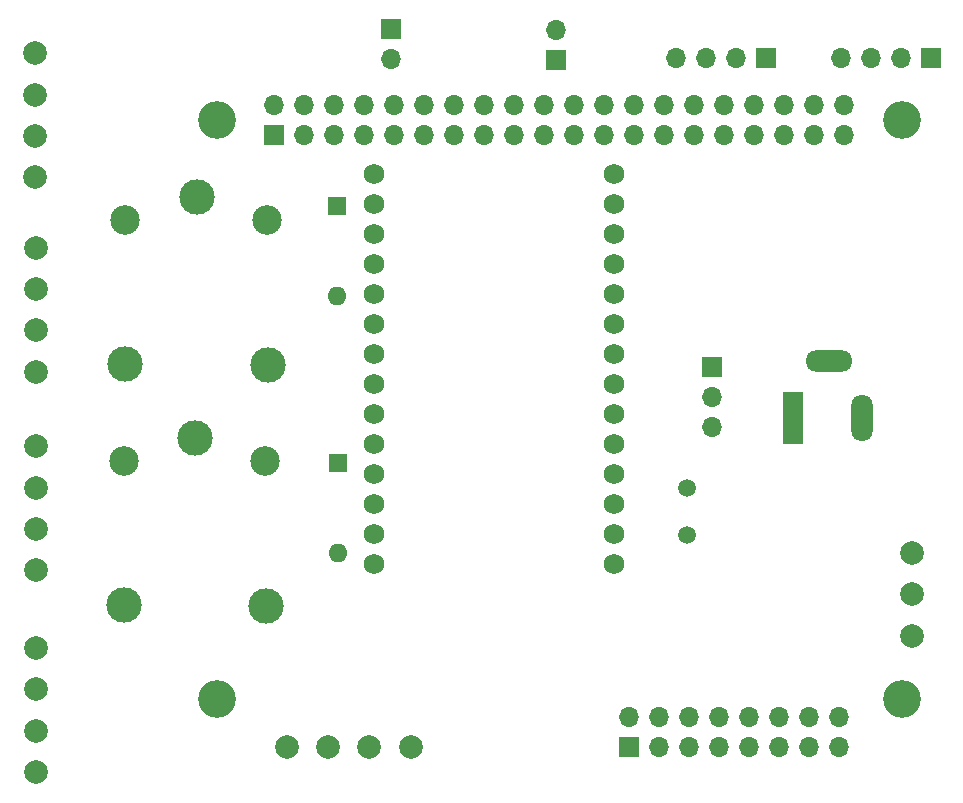
<source format=gbs>
G04 #@! TF.GenerationSoftware,KiCad,Pcbnew,8.0.0*
G04 #@! TF.CreationDate,2024-03-08T00:36:58-06:00*
G04 #@! TF.ProjectId,mn_wild_siren_v2p0,6d6e5f77-696c-4645-9f73-6972656e5f76,rev?*
G04 #@! TF.SameCoordinates,Original*
G04 #@! TF.FileFunction,Soldermask,Bot*
G04 #@! TF.FilePolarity,Negative*
%FSLAX46Y46*%
G04 Gerber Fmt 4.6, Leading zero omitted, Abs format (unit mm)*
G04 Created by KiCad (PCBNEW 8.0.0) date 2024-03-08 00:36:58*
%MOMM*%
%LPD*%
G01*
G04 APERTURE LIST*
%ADD10C,2.000000*%
%ADD11R,1.700000X1.700000*%
%ADD12O,1.700000X1.700000*%
%ADD13C,3.000000*%
%ADD14C,2.500000*%
%ADD15C,3.200000*%
%ADD16C,1.750000*%
%ADD17R,1.600000X1.600000*%
%ADD18O,1.600000X1.600000*%
%ADD19R,1.800000X4.400000*%
%ADD20O,1.800000X4.000000*%
%ADD21O,4.000000X1.800000*%
%ADD22C,1.500000*%
G04 APERTURE END LIST*
D10*
X165862000Y-71739999D03*
X165862000Y-75239999D03*
X165862000Y-78739999D03*
X165862000Y-82239999D03*
X165940000Y-122079999D03*
X165940000Y-125579999D03*
X165940000Y-129079999D03*
X165940000Y-132579999D03*
D11*
X186150000Y-78680000D03*
D12*
X186150000Y-76140000D03*
X188690000Y-78680000D03*
X188690000Y-76140000D03*
X191230000Y-78680000D03*
X191230000Y-76140000D03*
X193770000Y-78680000D03*
X193770000Y-76140000D03*
X196310000Y-78680000D03*
X196310000Y-76140000D03*
X198850000Y-78680000D03*
X198850000Y-76140000D03*
X201390000Y-78680000D03*
X201390000Y-76140000D03*
X203930000Y-78680000D03*
X203930000Y-76140000D03*
X206470000Y-78680000D03*
X206470000Y-76140000D03*
X209010000Y-78680000D03*
X209010000Y-76140000D03*
X211550000Y-78680000D03*
X211550000Y-76140000D03*
X214090000Y-78680000D03*
X214090000Y-76140000D03*
X216630000Y-78680000D03*
X216630000Y-76140000D03*
X219170000Y-78680000D03*
X219170000Y-76140000D03*
X221710000Y-78680000D03*
X221710000Y-76140000D03*
X224250000Y-78680000D03*
X224250000Y-76140000D03*
X226790000Y-78680000D03*
X226790000Y-76140000D03*
X229330000Y-78680000D03*
X229330000Y-76140000D03*
X231870000Y-78680000D03*
X231870000Y-76140000D03*
X234410000Y-78680000D03*
X234410000Y-76140000D03*
D11*
X210000000Y-72270000D03*
D12*
X210000000Y-69730000D03*
D13*
X179578000Y-83894001D03*
D14*
X173528000Y-85844002D03*
D13*
X173528000Y-98044000D03*
X185578000Y-98094001D03*
D14*
X185528000Y-85844001D03*
D13*
X179430000Y-104280000D03*
D14*
X173380000Y-106230000D03*
D13*
X173380000Y-118430000D03*
X185430000Y-118480000D03*
D14*
X185380000Y-106230000D03*
D11*
X227747500Y-72134999D03*
D12*
X225207500Y-72134999D03*
X222667500Y-72134999D03*
X220127500Y-72134999D03*
D15*
X181300000Y-126400000D03*
X239300000Y-77400000D03*
X181300000Y-77400000D03*
X239300000Y-126400000D03*
D16*
X214863700Y-81967100D03*
X214863700Y-84507100D03*
X214863700Y-87047100D03*
X214863700Y-89587100D03*
X214863700Y-92127100D03*
X214863700Y-94667100D03*
X214863700Y-97207100D03*
X214863700Y-99747100D03*
X214863700Y-102287100D03*
X214863700Y-104827100D03*
X214863700Y-107367100D03*
X214863700Y-109907100D03*
X214863700Y-112447100D03*
X214863700Y-114987100D03*
X194543700Y-114987100D03*
X194543700Y-112447100D03*
X194543700Y-109907100D03*
X194543700Y-107367100D03*
X194543700Y-104827100D03*
X194543700Y-102287100D03*
X194543700Y-99747100D03*
X194543700Y-97207100D03*
X194543700Y-94667100D03*
X194543700Y-92127100D03*
X194543700Y-89587100D03*
X194543700Y-87047100D03*
X194543700Y-84507100D03*
X194543700Y-81967100D03*
D11*
X223189800Y-98247200D03*
D12*
X223189800Y-100787200D03*
X223189800Y-103327200D03*
D10*
X187200000Y-130450000D03*
X190700000Y-130450000D03*
X194200000Y-130450000D03*
X197700000Y-130450000D03*
X240150000Y-121045000D03*
X240150000Y-117545000D03*
X240150000Y-114045000D03*
D17*
X191450000Y-84690000D03*
D18*
X191450000Y-92310000D03*
D11*
X216155000Y-130445000D03*
D12*
X216155000Y-127905000D03*
X218695000Y-130445000D03*
X218695000Y-127905000D03*
X221235000Y-130445000D03*
X221235000Y-127905000D03*
X223775000Y-130445000D03*
X223775000Y-127905000D03*
X226315000Y-130445000D03*
X226315000Y-127905000D03*
X228855000Y-130445000D03*
X228855000Y-127905000D03*
X231395000Y-130445000D03*
X231395000Y-127905000D03*
X233935000Y-130445000D03*
X233935000Y-127905000D03*
D19*
X230100000Y-102580000D03*
D20*
X235900000Y-102580000D03*
D21*
X233100000Y-97780000D03*
D11*
X196050000Y-69665000D03*
D12*
X196050000Y-72205000D03*
D11*
X241709999Y-72150000D03*
D12*
X239169999Y-72150000D03*
X236629999Y-72150000D03*
X234089999Y-72150000D03*
D17*
X191510000Y-106430000D03*
D18*
X191510000Y-114050000D03*
D10*
X165940000Y-105000000D03*
X165940000Y-108500000D03*
X165940000Y-112000000D03*
X165940000Y-115500000D03*
D22*
X221110000Y-108540000D03*
X221110000Y-112540000D03*
D10*
X165940000Y-88194000D03*
X165940000Y-91694000D03*
X165940000Y-95194000D03*
X165940000Y-98694000D03*
M02*

</source>
